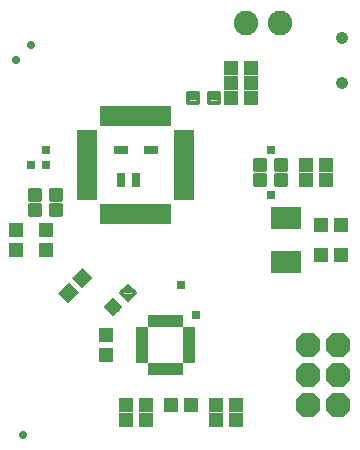
<source format=gts>
G75*
%MOIN*%
%OFA0B0*%
%FSLAX25Y25*%
%IPPOS*%
%LPD*%
%AMOC8*
5,1,8,0,0,1.08239X$1,22.5*
%
%ADD10C,0.02800*%
%ADD11R,0.05131X0.04737*%
%ADD12C,0.01421*%
%ADD13C,0.08200*%
%ADD14OC8,0.08200*%
%ADD15C,0.04146*%
%ADD16R,0.04737X0.05131*%
%ADD17R,0.02800X0.02800*%
%ADD18R,0.02769X0.02769*%
%ADD19R,0.06600X0.01900*%
%ADD20R,0.01900X0.06600*%
%ADD21R,0.10249X0.07493*%
%ADD22R,0.03950X0.01981*%
%ADD23R,0.01981X0.03950*%
D10*
X0012867Y0037716D03*
X0010367Y0162716D03*
X0015367Y0167716D03*
D11*
G36*
X0036221Y0090221D02*
X0032594Y0086594D01*
X0029245Y0089943D01*
X0032872Y0093570D01*
X0036221Y0090221D01*
G37*
G36*
X0031488Y0085489D02*
X0027861Y0081862D01*
X0024512Y0085211D01*
X0028139Y0088838D01*
X0031488Y0085489D01*
G37*
X0047020Y0047716D03*
X0047020Y0042716D03*
X0053713Y0042716D03*
X0053713Y0047716D03*
X0062020Y0047716D03*
X0068713Y0047716D03*
X0077020Y0047716D03*
X0077020Y0042716D03*
X0083713Y0042716D03*
X0083713Y0047716D03*
X0112020Y0097716D03*
X0118713Y0097716D03*
X0118713Y0107716D03*
X0112020Y0107716D03*
X0113713Y0122716D03*
X0113713Y0127716D03*
X0107020Y0127716D03*
X0107020Y0122716D03*
X0088713Y0150216D03*
X0088713Y0155216D03*
X0088713Y0160216D03*
X0082020Y0160216D03*
X0082020Y0155216D03*
X0082020Y0150216D03*
D12*
X0077977Y0151874D02*
X0077977Y0148558D01*
X0074661Y0148558D01*
X0074661Y0151874D01*
X0077977Y0151874D01*
X0077977Y0149978D02*
X0074661Y0149978D01*
X0074661Y0151398D02*
X0077977Y0151398D01*
X0071072Y0151874D02*
X0071072Y0148558D01*
X0067756Y0148558D01*
X0067756Y0151874D01*
X0071072Y0151874D01*
X0071072Y0149978D02*
X0067756Y0149978D01*
X0067756Y0151398D02*
X0071072Y0151398D01*
X0093572Y0129374D02*
X0093572Y0126058D01*
X0090256Y0126058D01*
X0090256Y0129374D01*
X0093572Y0129374D01*
X0093572Y0127478D02*
X0090256Y0127478D01*
X0090256Y0128898D02*
X0093572Y0128898D01*
X0093572Y0124374D02*
X0093572Y0121058D01*
X0090256Y0121058D01*
X0090256Y0124374D01*
X0093572Y0124374D01*
X0093572Y0122478D02*
X0090256Y0122478D01*
X0090256Y0123898D02*
X0093572Y0123898D01*
X0100477Y0124374D02*
X0100477Y0121058D01*
X0097161Y0121058D01*
X0097161Y0124374D01*
X0100477Y0124374D01*
X0100477Y0122478D02*
X0097161Y0122478D01*
X0097161Y0123898D02*
X0100477Y0123898D01*
X0100477Y0126058D02*
X0100477Y0129374D01*
X0100477Y0126058D02*
X0097161Y0126058D01*
X0097161Y0129374D01*
X0100477Y0129374D01*
X0100477Y0127478D02*
X0097161Y0127478D01*
X0097161Y0128898D02*
X0100477Y0128898D01*
X0047808Y0082813D02*
X0045464Y0085157D01*
X0047808Y0087501D01*
X0050152Y0085157D01*
X0047808Y0082813D01*
X0049228Y0084233D02*
X0046388Y0084233D01*
X0045960Y0085653D02*
X0049656Y0085653D01*
X0048236Y0087073D02*
X0047380Y0087073D01*
X0040581Y0080274D02*
X0042925Y0077930D01*
X0040581Y0080274D02*
X0042925Y0082618D01*
X0045269Y0080274D01*
X0042925Y0077930D01*
X0044345Y0079350D02*
X0041505Y0079350D01*
X0041077Y0080770D02*
X0044773Y0080770D01*
X0043353Y0082190D02*
X0042497Y0082190D01*
X0022161Y0111058D02*
X0022161Y0114374D01*
X0025477Y0114374D01*
X0025477Y0111058D01*
X0022161Y0111058D01*
X0022161Y0112478D02*
X0025477Y0112478D01*
X0025477Y0113898D02*
X0022161Y0113898D01*
X0022161Y0116058D02*
X0022161Y0119374D01*
X0025477Y0119374D01*
X0025477Y0116058D01*
X0022161Y0116058D01*
X0022161Y0117478D02*
X0025477Y0117478D01*
X0025477Y0118898D02*
X0022161Y0118898D01*
X0015256Y0119374D02*
X0015256Y0116058D01*
X0015256Y0119374D02*
X0018572Y0119374D01*
X0018572Y0116058D01*
X0015256Y0116058D01*
X0015256Y0117478D02*
X0018572Y0117478D01*
X0018572Y0118898D02*
X0015256Y0118898D01*
X0015256Y0114374D02*
X0015256Y0111058D01*
X0015256Y0114374D02*
X0018572Y0114374D01*
X0018572Y0111058D01*
X0015256Y0111058D01*
X0015256Y0112478D02*
X0018572Y0112478D01*
X0018572Y0113898D02*
X0015256Y0113898D01*
D13*
X0087167Y0175216D03*
X0098567Y0175216D03*
D14*
X0107867Y0067716D03*
X0107867Y0057716D03*
X0117867Y0057716D03*
X0117867Y0067716D03*
X0117867Y0047716D03*
X0107867Y0047716D03*
D15*
X0119205Y0155236D03*
X0119205Y0170196D03*
D16*
X0040367Y0071062D03*
X0040367Y0064369D03*
X0020367Y0099369D03*
X0020367Y0106062D03*
X0010367Y0106062D03*
X0010367Y0099369D03*
D17*
X0015367Y0127716D03*
X0020367Y0127716D03*
X0020367Y0132716D03*
X0065367Y0087716D03*
X0070367Y0077716D03*
X0095367Y0117716D03*
X0095367Y0132716D03*
D18*
X0056351Y0132716D03*
X0054382Y0132716D03*
X0046351Y0132716D03*
X0044382Y0132716D03*
X0045367Y0123700D03*
X0045367Y0121732D03*
X0050367Y0121732D03*
X0050367Y0123700D03*
D19*
X0034167Y0122816D03*
X0034167Y0124716D03*
X0034167Y0126716D03*
X0034167Y0128716D03*
X0034167Y0130716D03*
X0034167Y0132616D03*
X0034167Y0134616D03*
X0034167Y0136616D03*
X0034167Y0138516D03*
X0034167Y0120816D03*
X0034167Y0118816D03*
X0034167Y0116916D03*
X0066567Y0116916D03*
X0066567Y0118816D03*
X0066567Y0120816D03*
X0066567Y0122816D03*
X0066567Y0124716D03*
X0066567Y0126716D03*
X0066567Y0128716D03*
X0066567Y0130716D03*
X0066567Y0132616D03*
X0066567Y0134616D03*
X0066567Y0136616D03*
X0066567Y0138516D03*
D20*
X0061167Y0143916D03*
X0059267Y0143916D03*
X0057267Y0143916D03*
X0055267Y0143916D03*
X0053367Y0143916D03*
X0051367Y0143916D03*
X0049367Y0143916D03*
X0047367Y0143916D03*
X0045467Y0143916D03*
X0043467Y0143916D03*
X0041467Y0143916D03*
X0039567Y0143916D03*
X0039567Y0111516D03*
X0041467Y0111516D03*
X0043467Y0111516D03*
X0045467Y0111516D03*
X0047367Y0111516D03*
X0049367Y0111516D03*
X0051367Y0111516D03*
X0053367Y0111516D03*
X0055267Y0111516D03*
X0057267Y0111516D03*
X0059267Y0111516D03*
X0061167Y0111516D03*
D21*
X0100367Y0109999D03*
X0100367Y0095432D03*
D22*
X0068241Y0072637D03*
X0068241Y0070669D03*
X0068241Y0068700D03*
X0068241Y0066732D03*
X0068241Y0064763D03*
X0068241Y0062795D03*
X0052493Y0062795D03*
X0052493Y0064763D03*
X0052493Y0066732D03*
X0052493Y0068700D03*
X0052493Y0070669D03*
X0052493Y0072637D03*
D23*
X0055445Y0075590D03*
X0057414Y0075590D03*
X0059382Y0075590D03*
X0061351Y0075590D03*
X0063319Y0075590D03*
X0065288Y0075590D03*
X0065288Y0059842D03*
X0063319Y0059842D03*
X0061351Y0059842D03*
X0059382Y0059842D03*
X0057414Y0059842D03*
X0055445Y0059842D03*
M02*

</source>
